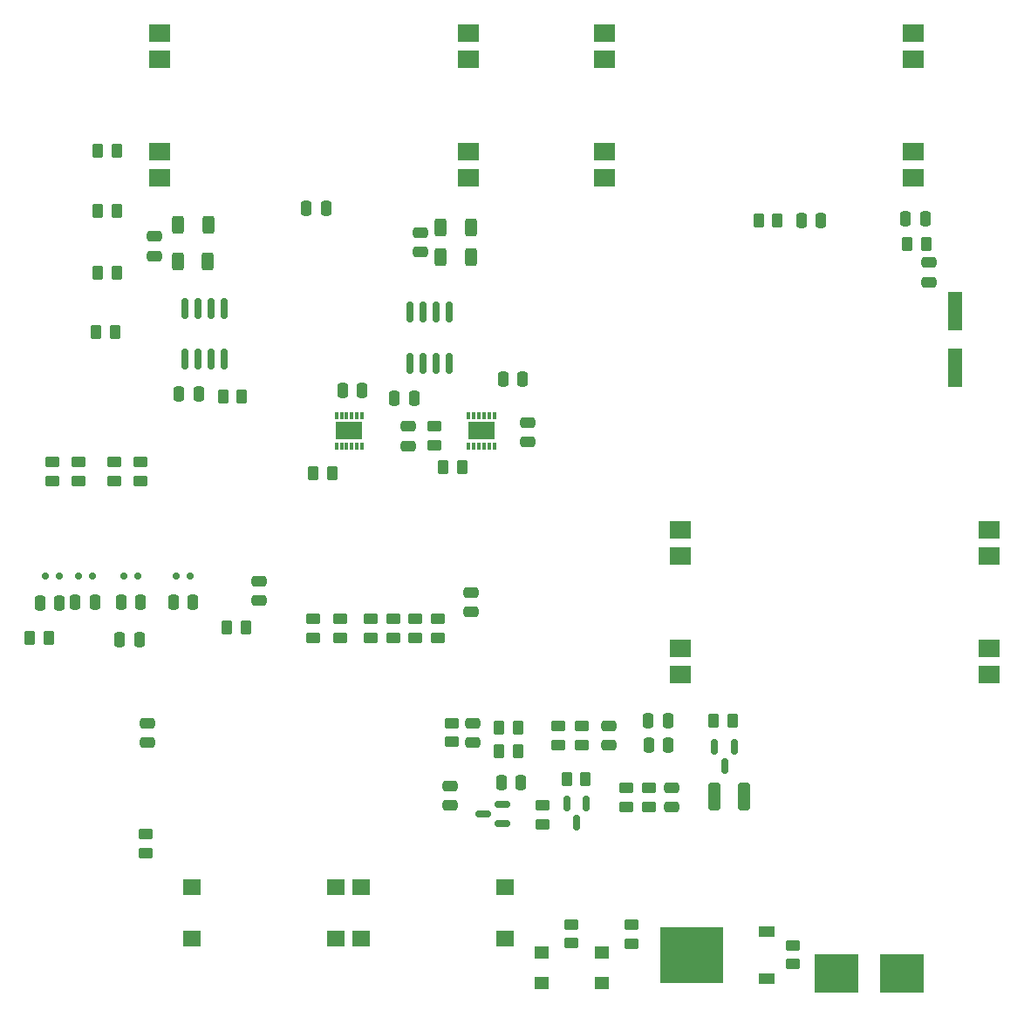
<source format=gtp>
%TF.GenerationSoftware,KiCad,Pcbnew,7.0.7-7.0.7~ubuntu22.04.1*%
%TF.CreationDate,2023-09-24T13:34:32+02:00*%
%TF.ProjectId,Regbot,52656762-6f74-42e6-9b69-6361645f7063,v5.0*%
%TF.SameCoordinates,Original*%
%TF.FileFunction,Paste,Top*%
%TF.FilePolarity,Positive*%
%FSLAX46Y46*%
G04 Gerber Fmt 4.6, Leading zero omitted, Abs format (unit mm)*
G04 Created by KiCad (PCBNEW 7.0.7-7.0.7~ubuntu22.04.1) date 2023-09-24 13:34:32*
%MOMM*%
%LPD*%
G01*
G04 APERTURE LIST*
G04 Aperture macros list*
%AMRoundRect*
0 Rectangle with rounded corners*
0 $1 Rounding radius*
0 $2 $3 $4 $5 $6 $7 $8 $9 X,Y pos of 4 corners*
0 Add a 4 corners polygon primitive as box body*
4,1,4,$2,$3,$4,$5,$6,$7,$8,$9,$2,$3,0*
0 Add four circle primitives for the rounded corners*
1,1,$1+$1,$2,$3*
1,1,$1+$1,$4,$5*
1,1,$1+$1,$6,$7*
1,1,$1+$1,$8,$9*
0 Add four rect primitives between the rounded corners*
20,1,$1+$1,$2,$3,$4,$5,0*
20,1,$1+$1,$4,$5,$6,$7,0*
20,1,$1+$1,$6,$7,$8,$9,0*
20,1,$1+$1,$8,$9,$2,$3,0*%
G04 Aperture macros list end*
%ADD10RoundRect,0.250000X0.475000X-0.250000X0.475000X0.250000X-0.475000X0.250000X-0.475000X-0.250000X0*%
%ADD11R,0.300000X0.800000*%
%ADD12R,2.600000X1.800000*%
%ADD13RoundRect,0.250000X-0.250000X-0.475000X0.250000X-0.475000X0.250000X0.475000X-0.250000X0.475000X0*%
%ADD14RoundRect,0.250000X-0.475000X0.250000X-0.475000X-0.250000X0.475000X-0.250000X0.475000X0.250000X0*%
%ADD15RoundRect,0.250000X0.262500X0.450000X-0.262500X0.450000X-0.262500X-0.450000X0.262500X-0.450000X0*%
%ADD16RoundRect,0.250000X-0.262500X-0.450000X0.262500X-0.450000X0.262500X0.450000X-0.262500X0.450000X0*%
%ADD17RoundRect,0.150000X-0.150000X0.825000X-0.150000X-0.825000X0.150000X-0.825000X0.150000X0.825000X0*%
%ADD18R,1.400000X1.200000*%
%ADD19RoundRect,0.250000X0.450000X-0.262500X0.450000X0.262500X-0.450000X0.262500X-0.450000X-0.262500X0*%
%ADD20RoundRect,0.150000X0.587500X0.150000X-0.587500X0.150000X-0.587500X-0.150000X0.587500X-0.150000X0*%
%ADD21RoundRect,0.250000X-0.450000X0.262500X-0.450000X-0.262500X0.450000X-0.262500X0.450000X0.262500X0*%
%ADD22R,2.000000X1.800000*%
%ADD23RoundRect,0.250000X0.250000X0.475000X-0.250000X0.475000X-0.250000X-0.475000X0.250000X-0.475000X0*%
%ADD24RoundRect,0.250000X0.325000X1.100000X-0.325000X1.100000X-0.325000X-1.100000X0.325000X-1.100000X0*%
%ADD25RoundRect,0.250000X-0.312500X-0.625000X0.312500X-0.625000X0.312500X0.625000X-0.312500X0.625000X0*%
%ADD26R,4.240000X3.810000*%
%ADD27R,1.800000X1.600000*%
%ADD28RoundRect,0.150000X0.150000X0.200000X-0.150000X0.200000X-0.150000X-0.200000X0.150000X-0.200000X0*%
%ADD29R,1.600000X1.000000*%
%ADD30R,6.200000X5.400000*%
%ADD31RoundRect,0.150000X-0.150000X0.587500X-0.150000X-0.587500X0.150000X-0.587500X0.150000X0.587500X0*%
%ADD32R,1.400000X3.812800*%
G04 APERTURE END LIST*
D10*
X113400000Y-127950000D03*
X113400000Y-126050000D03*
D11*
X144538808Y-99143734D03*
X145038808Y-99143734D03*
X145538808Y-99143734D03*
X146038808Y-99143734D03*
X146538808Y-99143734D03*
X147038808Y-99143734D03*
X147038808Y-96143734D03*
X146538808Y-96143734D03*
X146038808Y-96143734D03*
X145538808Y-96143734D03*
X145038808Y-96143734D03*
X144538808Y-96143734D03*
D12*
X145788808Y-97643734D03*
D13*
X147922710Y-92626384D03*
X149822710Y-92626384D03*
D14*
X158178464Y-126317616D03*
X158178464Y-128217616D03*
D15*
X110420262Y-70413700D03*
X108595262Y-70413700D03*
D16*
X121114301Y-116783421D03*
X122939301Y-116783421D03*
D17*
X142658750Y-86108874D03*
X141388750Y-86108874D03*
X140118750Y-86108874D03*
X138848750Y-86108874D03*
X138848750Y-91058874D03*
X140118750Y-91058874D03*
X141388750Y-91058874D03*
X142658750Y-91058874D03*
D14*
X138674063Y-97223339D03*
X138674063Y-99123339D03*
D16*
X101949942Y-117746653D03*
X103774942Y-117746653D03*
D18*
X151676100Y-148334600D03*
X151676100Y-151334600D03*
D19*
X141598840Y-117752500D03*
X141598840Y-115927500D03*
D20*
X147847758Y-135841419D03*
X147847758Y-133941419D03*
X145972758Y-134891419D03*
D21*
X153271453Y-126355116D03*
X153271453Y-128180116D03*
D19*
X176060100Y-149477100D03*
X176060100Y-147652100D03*
D22*
X187720000Y-73040000D03*
X187720000Y-70500000D03*
X187720000Y-61580000D03*
X187720000Y-59040000D03*
X157720000Y-73040000D03*
X157720000Y-70500000D03*
X157720000Y-61580000D03*
X157720000Y-59040000D03*
D15*
X188951315Y-79475264D03*
X187126315Y-79475264D03*
D23*
X130698615Y-76004443D03*
X128798615Y-76004443D03*
D16*
X168331579Y-125814611D03*
X170156579Y-125814611D03*
D14*
X164253475Y-132310871D03*
X164253475Y-134210871D03*
D24*
X171326226Y-133211837D03*
X168376226Y-133211837D03*
D25*
X116364776Y-77622724D03*
X119289776Y-77622724D03*
D21*
X113196318Y-136837778D03*
X113196318Y-138662778D03*
D13*
X102926688Y-114378165D03*
X104826688Y-114378165D03*
D16*
X142096373Y-101134265D03*
X143921373Y-101134265D03*
D15*
X110378408Y-82300181D03*
X108553408Y-82300181D03*
D26*
X180241100Y-150342600D03*
X186611100Y-150342600D03*
D23*
X163910348Y-125805387D03*
X162010348Y-125805387D03*
D19*
X104140000Y-102512500D03*
X104140000Y-100687500D03*
D13*
X137356264Y-94474048D03*
X139256264Y-94474048D03*
D25*
X141862937Y-77878401D03*
X144787937Y-77878401D03*
D22*
X195086000Y-121300000D03*
X195086000Y-118760000D03*
X195086000Y-109840000D03*
X195086000Y-107300000D03*
X165086000Y-121300000D03*
X165086000Y-118760000D03*
X165086000Y-109840000D03*
X165086000Y-107300000D03*
D18*
X157518100Y-148334600D03*
X157518100Y-151334600D03*
D13*
X147729078Y-131857416D03*
X149629078Y-131857416D03*
D16*
X147541042Y-126518237D03*
X149366042Y-126518237D03*
D14*
X114096085Y-78776614D03*
X114096085Y-80676614D03*
D27*
X131670439Y-146968706D03*
X117670439Y-146968706D03*
X131670439Y-141968706D03*
X117670439Y-141968706D03*
D16*
X154093580Y-131496225D03*
X155918580Y-131496225D03*
D25*
X116300934Y-81197840D03*
X119225934Y-81197840D03*
D28*
X116140000Y-111760000D03*
X117540000Y-111760000D03*
D19*
X141209848Y-99056175D03*
X141209848Y-97231175D03*
D23*
X163960675Y-128156810D03*
X162060675Y-128156810D03*
D19*
X154521800Y-147409811D03*
X154521800Y-145584811D03*
X106680000Y-102512500D03*
X106680000Y-100687500D03*
D21*
X132079999Y-115916980D03*
X132079999Y-117741980D03*
D15*
X110378408Y-76273233D03*
X108553408Y-76273233D03*
D19*
X139406323Y-117752500D03*
X139406323Y-115927500D03*
D16*
X147530958Y-128736161D03*
X149355958Y-128736161D03*
D21*
X159850688Y-132334824D03*
X159850688Y-134159824D03*
D29*
X173494100Y-150844600D03*
X173494100Y-146284600D03*
D30*
X166194100Y-148564600D03*
D28*
X106680000Y-111760000D03*
X108080000Y-111760000D03*
D13*
X115890000Y-114300000D03*
X117790000Y-114300000D03*
D11*
X131723800Y-99143366D03*
X132223800Y-99143366D03*
X132723800Y-99143366D03*
X133223800Y-99143366D03*
X133723800Y-99143366D03*
X134223800Y-99143366D03*
X134223800Y-96143366D03*
X133723800Y-96143366D03*
X133223800Y-96143366D03*
X132723800Y-96143366D03*
X132223800Y-96143366D03*
X131723800Y-96143366D03*
D12*
X132973800Y-97643366D03*
D10*
X144780000Y-115250000D03*
X144780000Y-113350000D03*
D13*
X132303058Y-93726300D03*
X134203058Y-93726300D03*
D19*
X151739857Y-135868880D03*
X151739857Y-134043880D03*
D14*
X139851533Y-78366988D03*
X139851533Y-80266988D03*
D15*
X110210993Y-88076006D03*
X108385993Y-88076006D03*
D28*
X103440000Y-111760000D03*
X104840000Y-111760000D03*
D19*
X162058140Y-134173884D03*
X162058140Y-132348884D03*
D16*
X129468384Y-101784844D03*
X131293384Y-101784844D03*
D13*
X110810000Y-114300000D03*
X112710000Y-114300000D03*
X116461742Y-94075290D03*
X118361742Y-94075290D03*
D19*
X137213807Y-117752500D03*
X137213807Y-115927500D03*
D13*
X106391754Y-114336115D03*
X108291754Y-114336115D03*
D15*
X122539253Y-94329221D03*
X120714253Y-94329221D03*
D21*
X129453962Y-115927500D03*
X129453962Y-117752500D03*
D22*
X144540000Y-73040000D03*
X144540000Y-70500000D03*
X144540000Y-61580000D03*
X144540000Y-59040000D03*
X114540000Y-73040000D03*
X114540000Y-70500000D03*
X114540000Y-61580000D03*
X114540000Y-59040000D03*
D14*
X124240645Y-112250281D03*
X124240645Y-114150281D03*
D13*
X186983777Y-77059395D03*
X188883777Y-77059395D03*
D14*
X150320632Y-96860185D03*
X150320632Y-98760185D03*
D19*
X160328166Y-147458549D03*
X160328166Y-145633549D03*
D15*
X174520878Y-77218681D03*
X172695878Y-77218681D03*
D19*
X110120000Y-102512500D03*
X110120000Y-100687500D03*
D31*
X170341643Y-128347032D03*
X168441643Y-128347032D03*
X169391643Y-130222032D03*
D13*
X176852595Y-77255152D03*
X178752595Y-77255152D03*
D27*
X148105946Y-146968706D03*
X134105946Y-146968706D03*
X148105946Y-141968706D03*
X134105946Y-141968706D03*
D25*
X141837154Y-80763517D03*
X144762154Y-80763517D03*
D14*
X142780709Y-132138697D03*
X142780709Y-134038697D03*
D19*
X112738205Y-102512500D03*
X112738205Y-100687500D03*
X135021291Y-117752500D03*
X135021291Y-115927500D03*
X142950933Y-127870687D03*
X142950933Y-126045687D03*
D17*
X120808588Y-85737481D03*
X119538588Y-85737481D03*
X118268588Y-85737481D03*
X116998588Y-85737481D03*
X116998588Y-90687481D03*
X118268588Y-90687481D03*
X119538588Y-90687481D03*
X120808588Y-90687481D03*
D31*
X156004340Y-133863570D03*
X154104340Y-133863570D03*
X155054340Y-135738570D03*
D19*
X155535146Y-128180116D03*
X155535146Y-126355116D03*
D28*
X111060000Y-111760000D03*
X112460000Y-111760000D03*
D32*
X191770000Y-91554000D03*
X191770000Y-85992000D03*
D14*
X144971482Y-126045605D03*
X144971482Y-127945605D03*
X189201409Y-81315944D03*
X189201409Y-83215944D03*
D13*
X110694603Y-117898302D03*
X112594603Y-117898302D03*
M02*

</source>
